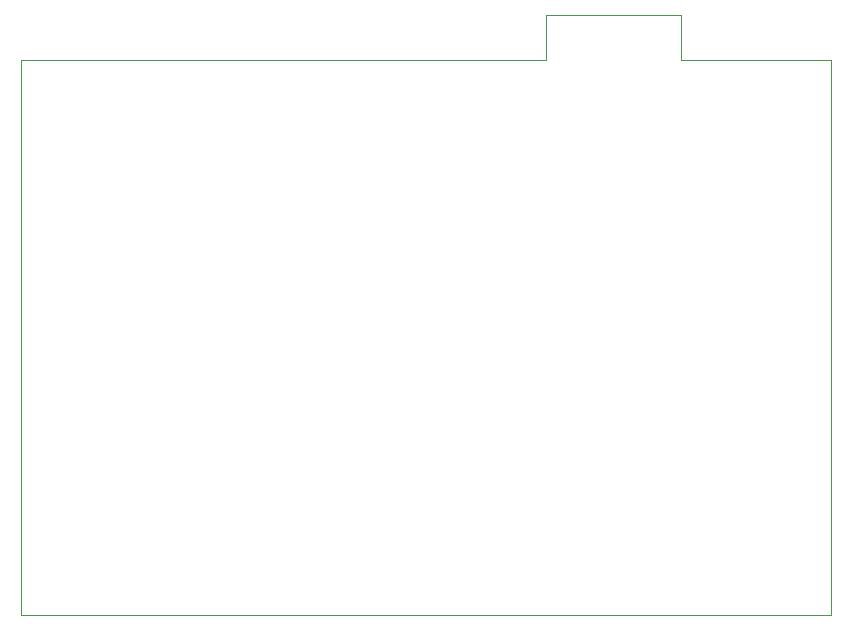
<source format=gbr>
%TF.GenerationSoftware,KiCad,Pcbnew,(6.0.7)*%
%TF.CreationDate,2022-08-09T22:59:19+07:00*%
%TF.ProjectId,Keypad-3,4b657970-6164-42d3-932e-6b696361645f,rev?*%
%TF.SameCoordinates,Original*%
%TF.FileFunction,Profile,NP*%
%FSLAX46Y46*%
G04 Gerber Fmt 4.6, Leading zero omitted, Abs format (unit mm)*
G04 Created by KiCad (PCBNEW (6.0.7)) date 2022-08-09 22:59:19*
%MOMM*%
%LPD*%
G01*
G04 APERTURE LIST*
%TA.AperFunction,Profile*%
%ADD10C,0.100000*%
%TD*%
G04 APERTURE END LIST*
D10*
X191770000Y-97790000D02*
X191770000Y-93980000D01*
X147320000Y-97790000D02*
X191770000Y-97790000D01*
X147320000Y-144780000D02*
X147320000Y-97790000D01*
X215900000Y-144780000D02*
X147320000Y-144780000D01*
X215900000Y-97790000D02*
X215900000Y-144780000D01*
X203200000Y-97790000D02*
X215900000Y-97790000D01*
X203200000Y-93980000D02*
X203200000Y-97790000D01*
X191770000Y-93980000D02*
X203200000Y-93980000D01*
M02*

</source>
